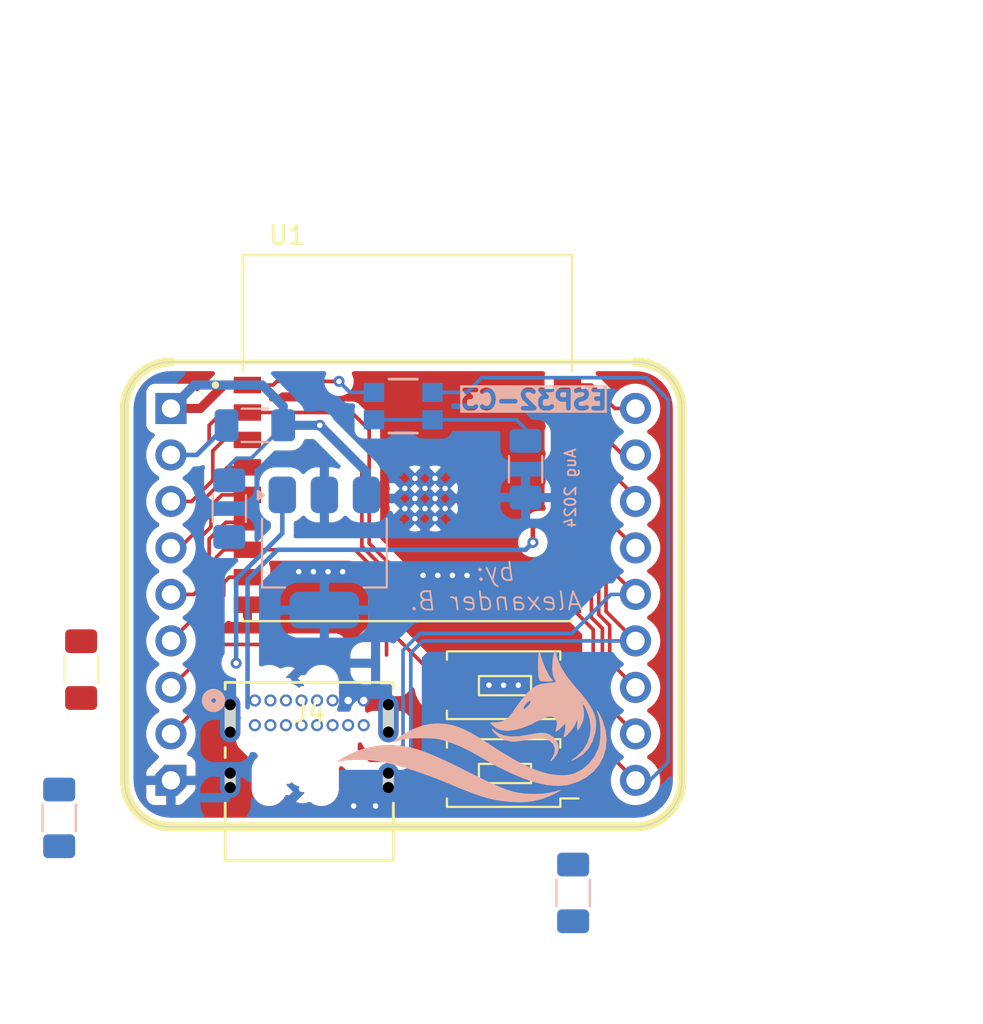
<source format=kicad_pcb>
(kicad_pcb (version 20240108) (generator "pcbnew") (generator_version "8.0")
  (layers (0 "F.Cu" signal) (31 "B.Cu" signal) (34 "B.Paste" user) (35 "F.Paste" user) (36 "B.SilkS" user "B.Silkscreen") (37 "F.SilkS" user "F.Silkscreen") (38 "B.Mask" user) (39 "F.Mask" user) (44 "Edge.Cuts" user))
  (net 0 "")
  (net 1 "GPIO3")
  (net 2 "GND")
  (net 3 "GPIO2")
  (net 4 "GPIO1")
  (net 5 "GPIO0")
  (net 6 "GPIO4")
  (net 7 "VBUS")
  (net 8 "GPIO7")
  (net 9 "USB_D+")
  (net 10 "UART-RX")
  (net 11 "USB_D-")
  (net 12 "GPIO5")
  (net 13 "GPIO8")
  (net 14 "UART-TX")
  (net 15 "GPIO10")
  (net 16 "EN")
  (net 17 "GPIO9")
  (net 18 "3V3")
  (net 19 "GPIO6")
  (net 20 "Net-(LED1-GND-Pad1)")
  (net 21 "Net-(J3-CC2)")
  (net 22 "Net-(J3-CC1)")
  (net 23 "Net-(J4-CC2)")
  (net 24 "Net-(J4-CC1)")
  (footprint "Alexander Footprint Library:ESP32-C3-WROOM-02-H4" (layer "F.Cu") (at 156.94 61.1)
    (property "Reference" "U1" (at -6.575 -11.085 0) (layer "F.SilkS"))
    (property "Value" "ESP32-C3-WROOM-02-N4")
    (fp_line (start -9 -10) (end -9 -3.67) (stroke (width 0.127)) (layer "F.SilkS"))
    (fp_line (start -9 10) (end -9 9.87) (stroke (width 0.127)) (layer "F.SilkS"))
    (fp_line (start -9 10) (end 9 10) (stroke (width 0.127)) (layer "F.SilkS"))
    (fp_line (start 9 -10) (end -9 -10) (stroke (width 0.127)) (layer "F.SilkS"))
    (fp_line (start 9 -3.67) (end 9 -10) (stroke (width 0.127)) (layer "F.SilkS"))
    (fp_line (start 9 10) (end 9 9.87) (stroke (width 0.127)) (layer "F.SilkS"))
    (fp_circle (center -10.5 -2.9) (end -10.4 -2.9) (stroke (width 0.2)) (fill none) (layer "F.SilkS"))
    (pad "1" smd rect (at -8.75 -2.9) (size 1.5 0.9) (layers "F.Cu" "F.Paste" "F.Mask") (net 18 "3V3"))
    (pad "2" smd rect (at -8.75 -1.4) (size 1.5 0.9) (layers "F.Cu" "F.Paste" "F.Mask") (net 16 "EN"))
    (pad "3" smd rect (at -8.75 0.1) (size 1.5 0.9) (layers "F.Cu" "F.Paste" "F.Mask") (net 6 "GPIO4"))
    (pad "4" smd rect (at -8.75 1.6) (size 1.5 0.9) (layers "F.Cu" "F.Paste" "F.Mask") (net 12 "GPIO5"))
    (pad "5" smd rect (at -8.75 3.1) (size 1.5 0.9) (layers "F.Cu" "F.Paste" "F.Mask") (net 19 "GPIO6"))
    (pad "6" smd rect (at -8.75 4.6) (size 1.5 0.9) (layers "F.Cu" "F.Paste" "F.Mask") (net 8 "GPIO7"))
    (pad "7" smd rect (at -8.75 6.1) (size 1.5 0.9) (layers "F.Cu" "F.Paste" "F.Mask") (net 13 "GPIO8"))
    (pad "8" smd rect (at -8.75 7.6) (size 1.5 0.9) (layers "F.Cu" "F.Paste" "F.Mask") (net 17 "GPIO9"))
    (pad "9" smd rect (at -8.75 9.1) (size 1.5 0.9) (layers "F.Cu" "F.Paste" "F.Mask") (net 2 "GND"))
    (pad "10" smd rect (at 8.75 9.1) (size 1.5 0.9) (layers "F.Cu" "F.Paste" "F.Mask") (net 15 "GPIO10"))
    (pad "11" smd rect (at 8.75 7.6) (size 1.5 0.9) (layers "F.Cu" "F.Paste" "F.Mask") (net 10 "UART-RX"))
    (pad "12" smd rect (at 8.75 6.1) (size 1.5 0.9) (layers "F.Cu" "F.Paste" "F.Mask") (net 14 "UART-TX"))
    (pad "13" smd rect (at 8.75 4.6) (size 1.5 0.9) (layers "F.Cu" "F.Paste" "F.Mask") (net 11 "USB_D-"))
    (pad "14" smd rect (at 8.75 3.1) (size 1.5 0.9) (layers "F.Cu" "F.Paste" "F.Mask") (net 9 "USB_D+"))
    (pad "15" smd rect (at 8.75 1.6) (size 1.5 0.9) (layers "F.Cu" "F.Paste" "F.Mask") (net 1 "GPIO3"))
    (pad "16" smd rect (at 8.75 0.1) (size 1.5 0.9) (layers "F.Cu" "F.Paste" "F.Mask") (net 3 "GPIO2"))
    (pad "17" smd rect (at 8.75 -1.4) (size 1.5 0.9) (layers "F.Cu" "F.Paste" "F.Mask") (net 4 "GPIO1"))
    (pad "18" smd rect (at 8.75 -2.9) (size 1.5 0.9) (layers "F.Cu" "F.Paste" "F.Mask") (net 5 "GPIO0"))
    (pad "19" smd rect (at -0.14 2.2) (size 0.7 0.7) (layers "F.Cu" "F.Paste" "F.Mask") (net 2 "GND"))
    (pad "20" smd rect (at 0.96 2.2) (size 0.7 0.7) (layers "F.Cu" "F.Paste" "F.Mask") (net 2 "GND"))
    (pad "21" smd rect (at 2.06 2.2) (size 0.7 0.7) (layers "F.Cu" "F.Paste" "F.Mask") (net 2 "GND"))
    (pad "22" smd rect (at -0.14 3.3) (size 0.7 0.7) (layers "F.Cu" "F.Paste" "F.Mask") (net 2 "GND"))
    (pad "23" smd rect (at 0.96 3.3) (size 0.7 0.7) (layers "F.Cu" "F.Paste" "F.Mask") (net 2 "GND"))
    (pad "24" smd rect (at 2.06 3.3) (size 0.7 0.7) (layers "F.Cu" "F.Paste" "F.Mask") (net 2 "GND"))
    (pad "25" smd rect (at -0.14 4.4) (size 0.7 0.7) (layers "F.Cu" "F.Paste" "F.Mask") (net 2 "GND"))
    (pad "26" smd rect (at 0.96 4.4) (size 0.7 0.7) (layers "F.Cu" "F.Paste" "F.Mask") (net 2 "GND"))
    (pad "27" smd rect (at 2.06 4.4) (size 0.7 0.7) (layers "F.Cu" "F.Paste" "F.Mask") (net 2 "GND"))
    (pad "28" thru_hole circle (at 0.41 2.2) (size 0.4 0.4) (drill 0.3) (layers "*.Cu") (net 2 "GND"))
    (pad "29" thru_hole circle (at 1.51 2.2) (size 0.4 0.4) (drill 0.3) (layers "*.Cu") (net 2 "GND"))
    (pad "30" thru_hole circle (at -0.14 2.75) (size 0.4 0.4) (drill 0.3) (layers "*.Cu") (net 2 "GND"))
    (pad "31" thru_hole circle (at 0.96 2.75) (size 0.4 0.4) (drill 0.3) (layers "*.Cu") (net 2 "GND"))
    (pad "32" thru_hole circle (at 2.06 2.75) (size 0.4 0.4) (drill 0.3) (layers "*.Cu") (net 2 "GND"))
    (pad "33" thru_hole circle (at 0.41 3.3) (size 0.4 0.4) (drill 0.3) (layers "*.Cu") (net 2 "GND"))
    (pad "34" thru_hole circle (at 1.51 3.3) (size 0.4 0.4) (drill 0.3) (layers "*.Cu") (net 2 "GND"))
    (pad "35" thru_hole circle (at -0.14 3.85) (size 0.4 0.4) (drill 0.3) (layers "*.Cu") (net 2 "GND"))
    (pad "36" thru_hole circle (at 0.96 3.85) (size 0.4 0.4) (drill 0.3) (layers "*.Cu") (net 2 "GND"))
    (pad "37" thru_hole circle (at 2.06 3.85) (size 0.4 0.4) (drill 0.3) (layers "*.Cu") (net 2 "GND"))
    (pad "38" thru_hole circle (at 0.41 4.4) (size 0.4 0.4) (drill 0.3) (layers "*.Cu") (net 2 "GND"))
    (pad "39" thru_hole circle (at 1.51 4.4) (size 0.4 0.4) (drill 0.3) (layers "*.Cu") (net 2 "GND"))
    (zone (net 0) (net_name "") (layer "F.Cu") (connect_pads (clearance 0)) (min_thickness 0.01)
      (keepout (tracks not_allowed) (vias not_allowed) (pads not_allowed) (copperpour not_allowed) (footprints allowed))
      (fill (thermal_gap 0.508) (thermal_bridge_width 0.508))
      (polygon (pts (xy 147.94 51.1) (xy 165.94 51.1) (xy 165.94 57.1) (xy 147.94 57.1)))
    )
    (zone (net 0) (net_name "") (layer "B.Cu") (connect_pads (clearance 0)) (min_thickness 0.01)
      (keepout (tracks not_allowed) (vias not_allowed) (pads not_allowed) (copperpour not_allowed) (footprints allowed))
      (fill (thermal_gap 0.508) (thermal_bridge_width 0.508))
      (polygon (pts (xy 147.94 51.1) (xy 165.94 51.1) (xy 165.94 57.1) (xy 147.94 57.1)))
    )
  )
  (footprint "Alexander Footprint Library:SW_PUSH_6x3.5mm" (layer "F.Cu") (at 165.45 79.4 180)
    (property "Reference" "SW1" (hide yes))
    (property "Value" "SW_Push_SMD_6x3.5")
    (fp_line (start 6.35 1.39) (end 6.35 1.85) (stroke (width 0.12)) (layer "F.SilkS"))
    (fp_line (start 6.35 -1.85) (end 6.35 -1.39) (stroke (width 0.12)) (layer "F.SilkS"))
    (fp_line (start 6.35 -1.85) (end 0.15 -1.85) (stroke (width 0.12)) (layer "F.SilkS"))
    (fp_line (start 0.15 1.85) (end 6.35 1.85) (stroke (width 0.12)) (layer "F.SilkS"))
    (fp_line (start 0.15 1.39) (end 0.15 1.85) (stroke (width 0.12)) (layer "F.SilkS"))
    (fp_line (start 0.15 -1.39) (end -0.85 -1.39) (stroke (width 0.12)) (layer "F.SilkS"))
    (fp_line (start 0.15 -1.85) (end 0.15 -1.39) (stroke (width 0.12)) (layer "F.SilkS"))
    (fp_rect (start 1.75 -0.55) (end 4.6 0.5) (stroke (width 0.12)) (fill none) (layer "F.SilkS"))
    (pad "1" smd rect (at 0 0 270) (size 2.25 2.25) (layers "F.Cu" "F.Paste" "F.Mask") (net 2 "GND"))
    (pad "2" smd oval (at 6.5 0 270) (size 2.25 2.25) (layers "F.Cu" "F.Paste" "F.Mask") (net 17 "GPIO9"))
  )
  (footprint "Resistor_SMD:R_1206_3216Metric_Pad1.30x1.75mm_HandSolder" (layer "F.Cu") (at 139.1 73.75 -90)
    (property "Reference" "R7" (hide yes))
    (property "Value" "2K2")
    (fp_line (start -0.727064 0.91) (end 0.727064 0.91) (stroke (width 0.12)) (layer "F.SilkS"))
    (fp_line (start -0.727064 -0.91) (end 0.727064 -0.91) (stroke (width 0.12)) (layer "F.SilkS"))
    (pad "1" smd roundrect (at -1.55 0 270) (size 1.3 1.75) (layers "F.Cu" "F.Paste" "F.Mask") (roundrect_rratio 0.192308) (net 18 "3V3"))
    (pad "2" smd roundrect (at 1.55 0 270) (size 1.3 1.75) (layers "F.Cu" "F.Paste" "F.Mask") (roundrect_rratio 0.192308) (net 13 "GPIO8"))
  )
  (footprint "Alexander Footprint Library:USB-C GCT CONN16_USB4085-GF-A" (layer "F.Cu") (at 148.600015 75.435)
    (property "Reference" "J4" (at 2.975 0.675 0) (layer "F.SilkS"))
    (property "Value" "USB-C_Receptacle_Data_16P_GCT-USB4085")
    (fp_circle (center -2.2574 0) (end -1.8764 0) (stroke (width 0.508)) (fill none) (layer "B.SilkS"))
    (fp_line (start -1.6224 -0.987) (end -1.6224 -0.618206) (stroke (width 0.1524)) (layer "F.SilkS"))
    (fp_line (start -1.6224 2.578207) (end -1.6224 3.122399) (stroke (width 0.1524)) (layer "F.SilkS"))
    (fp_line (start -1.6224 5.607602) (end -1.6224 8.741199) (stroke (width 0.1524)) (layer "F.SilkS"))
    (fp_line (start -1.6224 8.741199) (end 7.5724 8.741199) (stroke (width 0.1524)) (layer "F.SilkS"))
    (fp_line (start 7.5724 -0.987) (end -1.6224 -0.987) (stroke (width 0.1524)) (layer "F.SilkS"))
    (fp_line (start 7.5724 -0.618202) (end 7.5724 -0.987) (stroke (width 0.1524)) (layer "F.SilkS"))
    (fp_line (start 7.5724 3.122399) (end 7.5724 2.578201) (stroke (width 0.1524)) (layer "F.SilkS"))
    (fp_line (start 7.5724 8.741199) (end 7.5724 5.607602) (stroke (width 0.1524)) (layer "F.SilkS"))
    (fp_arc (start -2.41934 0.344872) (mid -2.625765 -0.097305) (end -2.2279 -0.379856) (stroke (width 0.508)) (layer "F.SilkS"))
    (fp_line (start -1.35 1.729301) (end -1.35 0.230701) (stroke (width 0.6096)) (layer "Edge.Cuts"))
    (fp_line (start -1.349985 4.7587) (end -1.349985 3.9713) (stroke (width 0.6096)) (layer "Edge.Cuts"))
    (fp_line (start 7.299985 1.7293) (end 7.299985 0.2307) (stroke (width 0.6096)) (layer "Edge.Cuts"))
    (fp_line (start 7.299985 4.7587) (end 7.299985 3.9713) (stroke (width 0.6096)) (layer "Edge.Cuts"))
    (pad "" np_thru_hole circle (at -1.35 0.230701) (size 0.6096 0.6096) (drill 0.6096) (layers))
    (pad "" np_thru_hole circle (at -1.35 1.729301) (size 0.6096 0.6096) (drill 0.6096) (layers))
    (pad "" np_thru_hole circle (at -1.349985 3.9713) (size 0.6096 0.6096) (drill 0.6096) (layers))
    (pad "" np_thru_hole circle (at -1.349985 4.7587) (size 0.6096 0.6096) (drill 0.6096) (layers))
    (pad "" np_thru_hole circle (at 7.299985 0.2307) (size 0.6096 0.6096) (drill 0.6096) (layers))
    (pad "" np_thru_hole circle (at 7.299985 1.7293) (size 0.6096 0.6096) (drill 0.6096) (layers))
    (pad "" np_thru_hole circle (at 7.299985 3.9713) (size 0.6096 0.6096) (drill 0.6096) (layers))
    (pad "" np_thru_hole circle (at 7.299985 4.7587) (size 0.6096 0.6096) (drill 0.6096) (layers))
    (pad "A1" thru_hole circle (at 0 0) (size 0.6604 0.6604) (drill 0.4064) (layers "*.Cu" "*.Mask") (net 2 "GND"))
    (pad "A4" thru_hole circle (at 0.850001 0) (size 0.6604 0.6604) (drill 0.4064) (layers "*.Cu" "*.Mask") (net 7 "VBUS"))
    (pad "A5" thru_hole circle (at 1.699999 0) (size 0.6604 0.6604) (drill 0.4064) (layers "*.Cu" "*.Mask") (net 24 "Net-(J4-CC1)"))
    (pad "A6" thru_hole circle (at 2.55 0) (size 0.6604 0.6604) (drill 0.4064) (layers "*.Cu" "*.Mask") (net 9 "USB_D+"))
    (pad "A7" thru_hole circle (at 3.400001 0) (size 0.6604 0.6604) (drill 0.4064) (layers "*.Cu" "*.Mask") (net 11 "USB_D-"))
    (pad "A8" thru_hole circle (at 4.250002 0) (size 0.6604 0.6604) (drill 0.4064) (layers "*.Cu" "*.Mask"))
    (pad "A9" thru_hole circle (at 5.1 0) (size 0.6604 0.6604) (drill 0.4064) (layers "*.Cu" "*.Mask") (net 7 "VBUS"))
    (pad "A12" thru_hole circle (at 5.950001 0) (size 0.6604 0.6604) (drill 0.4064) (layers "*.Cu" "*.Mask") (net 2 "GND"))
    (pad "B1" thru_hole circle (at 5.950001 1.35) (size 0.6604 0.6604) (drill 0.4064) (layers "*.Cu" "*.Mask") (net 2 "GND"))
    (pad "B4" thru_hole circle (at 5.1 1.35) (size 0.6604 0.6604) (drill 0.4064) (layers "*.Cu" "*.Mask") (net 7 "VBUS"))
    (pad "B5" thru_hole circle (at 4.250002 1.35) (size 0.6604 0.6604) (drill 0.4064) (layers "*.Cu" "*.Mask") (net 23 "Net-(J4-CC2)"))
    (pad "B6" thru_hole circle (at 3.400001 1.35) (size 0.6604 0.6604) (drill 0.4064) (layers "*.Cu" "*.Mask") (net 9 "USB_D+"))
    (pad "B7" thru_hole circle (at 2.55 1.35) (size 0.6604 0.6604) (drill 0.4064) (layers "*.Cu" "*.Mask") (net 11 "USB_D-"))
    (pad "B8" thru_hole circle (at 1.699999 1.35) (size 0.6604 0.6604) (drill 0.4064) (layers "*.Cu" "*.Mask"))
    (pad "B9" thru_hole circle (at 0.850001 1.35) (size 0.6604 0.6604) (drill 0.4064) (layers "*.Cu" "*.Mask") (net 7 "VBUS"))
    (pad "B12" thru_hole circle (at 0 1.35) (size 0.6604 0.6604) (drill 0.4064) (layers "*.Cu" "*.Mask") (net 2 "GND"))
    (pad "S1" thru_hole oval (at -1.349985 4.365 90) (size 1.905 1.1176) (drill 0.0254) (layers "*.Cu" "*.Mask") (net 2 "GND"))
    (pad "S2" thru_hole oval (at 7.299985 4.365 90) (size 1.905 1.1176) (drill 0.0254) (layers "*.Cu" "*.Mask") (net 2 "GND"))
    (pad "S3" thru_hole oval (at -1.35 0.980001 90) (size 2.6162 1.1176) (drill 0.0254) (layers "*.Cu" "*.Mask") (net 2 "GND"))
    (pad "S4" thru_hole oval (at 7.299985 0.98 90) (size 2.6162 1.1176) (drill 0.0254) (layers "*.Cu" "*.Mask") (net 2 "GND"))
  )
  (footprint "Alexander Footprint Library:Conn_ESP32-C3-WROOM-02" (layer "F.Cu") (at 159.25 64.56)
    (property "Reference" "J2" (hide yes))
    (property "Value" "~")
    (fp_line (start -17.78 -5.08) (end -17.78 15.24) (stroke (width 0.5)) (layer "F.SilkS"))
    (fp_line (start -15.24 -7.62) (end 10.16 -7.62) (stroke (width 0.25)) (layer "F.SilkS"))
    (fp_line (start -15.24 17.78) (end 10.16 17.78) (stroke (width 0.5)) (layer "F.SilkS"))
    (fp_line (start 12.7 -5.08) (end 12.7 15.24) (stroke (width 0.5)) (layer "F.SilkS"))
    (fp_arc (start -17.78 -5.08) (mid -17.036051 -6.876051) (end -15.24 -7.62) (stroke (width 0.5)) (layer "F.SilkS"))
    (fp_arc (start -15.24 17.78) (mid -17.036051 17.036051) (end -17.78 15.24) (stroke (width 0.5)) (layer "F.SilkS"))
    (fp_arc (start 10.16 -7.62) (mid 11.956051 -6.876051) (end 12.7 -5.08) (stroke (width 0.5)) (layer "F.SilkS"))
    (fp_arc (start 12.7 15.24) (mid 11.956051 17.036051) (end 10.16 17.78) (stroke (width 0.5)) (layer "F.SilkS"))
    (fp_line (start -17.78 15.24) (end -17.78 -5.08) (stroke (width 0.05)) (layer "Edge.Cuts"))
    (fp_line (start -15.24 -7.62) (end 10.16 -7.62) (stroke (width 0.05)) (layer "Edge.Cuts"))
    (fp_line (start 10.16 17.78) (end -15.24 17.78) (stroke (width 0.05)) (layer "Edge.Cuts"))
    (fp_line (start 12.7 -5.08) (end 12.7 15.24) (stroke (width 0.05)) (layer "Edge.Cuts"))
    (fp_arc (start -17.78 -5.08) (mid -17.036051 -6.876051) (end -15.24 -7.62) (stroke (width 0.05)) (layer "Edge.Cuts"))
    (fp_arc (start -15.24 17.78) (mid -17.036051 17.036051) (end -17.78 15.24) (stroke (width 0.05)) (layer "Edge.Cuts"))
    (fp_arc (start 10.16 -7.62) (mid 11.956051 -6.876051) (end 12.7 -5.08) (stroke (width 0.05)) (layer "Edge.Cuts"))
    (fp_arc (start 12.7 15.24) (mid 11.956051 17.036051) (end 10.16 17.78) (stroke (width 0.05)) (layer "Edge.Cuts"))
    (pad "1" thru_hole rect (at -15.24 -5.08) (size 1.7 1.7) (drill 1) (layers "*.Cu" "*.Mask") (net 18 "3V3"))
    (pad "2" thru_hole circle (at -15.24 -2.54) (size 1.7 1.7) (drill 1) (layers "*.Cu" "*.Mask") (net 16 "EN"))
    (pad "3" thru_hole circle (at -15.24 0) (size 1.7 1.7) (drill 1) (layers "*.Cu" "*.Mask") (net 6 "GPIO4"))
    (pad "4" thru_hole circle (at -15.24 2.54) (size 1.7 1.7) (drill 1) (layers "*.Cu" "*.Mask") (net 12 "GPIO5"))
    (pad "5" thru_hole circle (at -15.24 5.08) (size 1.7 1.7) (drill 1) (layers "*.Cu" "*.Mask") (net 19 "GPIO6"))
    (pad "6" thru_hole circle (at -15.24 7.62) (size 1.7 1.7) (drill 1) (layers "*.Cu" "*.Mask") (net 8 "GPIO7"))
    (pad "7" thru_hole circle (at -15.24 10.16) (size 1.7 1.7) (drill 1) (layers "*.Cu" "*.Mask") (net 13 "GPIO8"))
    (pad "8" thru_hole circle (at -15.24 12.7) (size 1.7 1.7) (drill 1) (layers "*.Cu" "*.Mask") (net 17 "GPIO9"))
    (pad "9" thru_hole roundrect (at -15.24 15.24) (size 1.7 1.7) (drill 1) (layers "*.Cu" "*.Mask") (roundrect_rratio 0) (chamfer_ratio 0.3) (chamfer top_left bottom_right) (net 2 "GND"))
    (pad "10" thru_hole circle (at 10.16 15.24) (size 1.7 1.7) (drill 1) (layers "*.Cu" "*.Mask") (net 15 "GPIO10"))
    (pad "11" thru_hole circle (at 10.16 12.7) (size 1.7 1.7) (drill 1) (layers "*.Cu" "*.Mask") (net 10 "UART-RX"))
    (pad "12" thru_hole circle (at 10.16 10.16) (size 1.7 1.7) (drill 1) (layers "*.Cu" "*.Mask") (net 14 "UART-TX"))
    (pad "13" thru_hole circle (at 10.16 7.62) (size 1.7 1.7) (drill 1) (layers "*.Cu" "*.Mask") (net 11 "USB_D-"))
    (pad "14" thru_hole circle (at 10.16 5.08) (size 1.7 1.7) (drill 1) (layers "*.Cu" "*.Mask") (net 9 "USB_D+"))
    (pad "15" thru_hole circle (at 10.16 2.54) (size 1.7 1.7) (drill 1) (layers "*.Cu" "*.Mask") (net 1 "GPIO3"))
    (pad "16" thru_hole circle (at 10.16 0) (size 1.7 1.7) (drill 1) (layers "*.Cu" "*.Mask") (net 3 "GPIO2"))
    (pad "17" thru_hole circle (at 10.16 -2.54) (size 1.7 1.7) (drill 1) (layers "*.Cu" "*.Mask") (net 4 "GPIO1"))
    (pad "18" thru_hole circle (at 10.16 -5.08) (size 1.7 1.7) (drill 1) (layers "*.Cu" "*.Mask") (net 5 "GPIO0"))
  )
  (footprint "Alexander Footprint Library:SW_PUSH_6x3.5mm" (layer "F.Cu") (at 165.45 74.6 180)
    (property "Reference" "SW2" (hide yes))
    (property "Value" "SW_Push_SMD_6x3.5")
    (fp_line (start 6.35 1.39) (end 6.35 1.85) (stroke (width 0.12)) (layer "F.SilkS"))
    (fp_line (start 6.35 -1.85) (end 6.35 -1.39) (stroke (width 0.12)) (layer "F.SilkS"))
    (fp_line (start 6.35 -1.85) (end 0.15 -1.85) (stroke (width 0.12)) (layer "F.SilkS"))
    (fp_line (start 0.15 1.85) (end 6.35 1.85) (stroke (width 0.12)) (layer "F.SilkS"))
    (fp_line (start 0.15 1.39) (end 0.15 1.85) (stroke (width 0.12)) (layer "F.SilkS"))
    (fp_line (start 0.15 -1.39) (end -0.85 -1.39) (stroke (width 0.12)) (layer "F.SilkS"))
    (fp_line (start 0.15 -1.85) (end 0.15 -1.39) (stroke (width 0.12)) (layer "F.SilkS"))
    (fp_rect (start 1.75 -0.55) (end 4.6 0.5) (stroke (width 0.12)) (fill none) (layer "F.SilkS"))
    (pad "1" smd rect (at 0 0 270) (size 2.25 2.25) (layers "F.Cu" "F.Paste" "F.Mask") (net 2 "GND"))
    (pad "2" smd oval (at 6.5 0 270) (size 2.25 2.25) (layers "F.Cu" "F.Paste" "F.Mask") (net 16 "EN"))
  )
  (footprint "Resistor_SMD:R_1206_3216Metric_Pad1.30x1.75mm_HandSolder" (layer "B.Cu") (at 147.2 64.95 -90)
    (property "Reference" "R8" (hide yes))
    (property "Value" "2K2")
    (fp_line (start 0.727064 0.91) (end -0.727064 0.91) (stroke (width 0.12)) (layer "B.SilkS"))
    (fp_line (start 0.727064 -0.91) (end -0.727064 -0.91) (stroke (width 0.12)) (layer "B.SilkS"))
    (pad "1" smd roundrect (at -1.55 0 270) (size 1.3 1.75) (layers "B.Cu" "B.Paste" "B.Mask") (roundrect_rratio 0.192308) (net 18 "3V3"))
    (pad "2" smd roundrect (at 1.55 0 270) (size 1.3 1.75) (layers "B.Cu" "B.Paste" "B.Mask") (roundrect_rratio 0.192308) (net 17 "GPIO9"))
  )
  (footprint "LOGO" (layer "B.Cu") (at 160.4 76.8 180)
    (property "Reference" "G***" (hide yes))
    (property "Value" "LOGO" (hide yes))
    (fp_poly (pts (xy -5.335668 -1.973085) (xy -5.363457 -2.000875) (xy -5.391247 -1.973085) (xy -5.363457 -1.945295)) (fill solid) (layer "B.SilkS"))
    (fp_poly (pts (xy -3.72712 3.989192) (xy -3.720697 3.973961) (xy -3.701102 3.866879) (xy -3.687804 3.678866) (xy -3.680882 3.439975) (xy -3.680421 3.180261) (xy -3.686502 2.929778) (xy -3.699208 2.718581) (xy -3.716893 2.584464) (xy -3.741095 2.495828) (xy -3.784399 2.444513) (xy -3.873902 2.418422) (xy -4.036701 2.405456) (xy -4.127166 2.40129) (xy -4.314775 2.400001) (xy -4.449213 2.412314) (xy -4.501944 2.435572) (xy -4.501969 2.436169) (xy -4.463752 2.510156) (xy -4.414064 2.560438) (xy -4.317104 2.679269) (xy -4.202066 2.879038) (xy -4.080896 3.133656) (xy -3.965538 3.417032) (xy -3.867936 3.703076) (xy -3.83055 3.835011) (xy -3.788365 3.978468) (xy -3.75726 4.025597)) (fill solid) (layer "B.SilkS"))
    (fp_poly (pts (xy -1.16813 -0.243105) (xy -1.254216 -0.368794) (xy -1.28983 -0.413219) (xy -1.537879 -0.635483) (xy -1.849965 -0.79747) (xy -2.187325 -0.881187) (xy -2.314341 -0.888735) (xy -2.497037 -0.877155) (xy -2.746282 -0.845689) (xy -3.020446 -0.800025) (xy -3.14804 -0.774864) (xy -3.516275 -0.710602) (xy -3.805925 -0.692046) (xy -4.04028 -0.720434) (xy -4.242632 -0.797) (xy -4.312229 -0.836658) (xy -4.497239 -1.008267) (xy -4.588805 -1.225532) (xy -4.584459 -1.470239) (xy -4.481739 -1.724177) (xy -4.44078 -1.786433) (xy -4.359302 -1.917364) (xy -4.351943 -1.969709) (xy -4.412174 -1.941384) (xy -4.533468 -1.830304) (xy -4.544045 -1.819408) (xy -4.734665 -1.563229) (xy -4.815304 -1.302684) (xy -4.806573 -1.114052) (xy -4.700145 -0.833593) (xy -4.503297 -0.610752) (xy -4.312939 -0.494963) (xy -4.14564 -0.432054) (xy -3.973801 -0.400998) (xy -3.772034 -0.401933) (xy -3.514951 -0.434994) (xy -3.177163 -0.500319) (xy -3.173511 -0.501089) (xy -2.63863 -0.587136) (xy -2.183217 -0.60137) (xy -1.801259 -0.543037) (xy -1.486742 -0.411382) (xy -1.292451 -0.264967) (xy -1.187436 -0.180532) (xy -1.145933 -0.176798)) (fill solid) (layer "B.SilkS"))
    (fp_poly (pts (xy 5.006815 -1.088445) (xy 5.716318 -1.225058) (xy 6.200827 -1.383806) (xy 6.403664 -1.468934) (xy 6.626548 -1.573239) (xy 6.848558 -1.685444) (xy 7.048775 -1.794268) (xy 7.20628 -1.888432) (xy 7.300154 -1.956656) (xy 7.315527 -1.984838) (xy 7.254956 -1.98449) (xy 7.122033 -1.961789) (xy 7.024333 -1.940189) (xy 6.806471 -1.906915) (xy 6.509925 -1.886858) (xy 6.16638 -1.879979) (xy 5.807519 -1.886237) (xy 5.465025 -1.905592) (xy 5.170583 -1.938004) (xy 5.141138 -1.942582) (xy 4.426362 -2.086382) (xy 3.63366 -2.298797) (xy 2.770609 -2.57741) (xy 1.844784 -2.919804) (xy 1.010836 -3.260583) (xy 0.441355 -3.497514) (xy -0.046623 -3.688235) (xy -0.469864 -3.838501) (xy -0.845133 -3.954062) (xy -1.189195 -4.040673) (xy -1.371928 -4.078191) (xy -1.768371 -4.138227) (xy -2.195636 -4.177783) (xy -2.616347 -4.195041) (xy -2.993123 -4.188182) (xy -3.212913 -4.167752) (xy -3.467108 -4.123955) (xy -3.736305 -4.064944) (xy -3.876552 -4.027934) (xy -4.038283 -3.972815) (xy -4.23561 -3.893936) (xy -4.4451 -3.802307) (xy -4.643316 -3.708932) (xy -4.806823 -3.624819) (xy -4.912187 -3.560974) (xy -4.93761 -3.529586) (xy -4.878362 -3.533932) (xy -4.740991 -3.564298) (xy -4.553715 -3.61434) (xy -4.52896 -3.621444) (xy -4.263761 -3.683348) (xy -3.968882 -3.720103) (xy -3.608736 -3.735703) (xy -3.501532 -3.73678) (xy -3.19922 -3.733182) (xy -2.919835 -3.716451) (xy -2.650591 -3.682285) (xy -2.378702 -3.626385) (xy -2.091382 -3.544451) (xy -1.775843 -3.432183) (xy -1.419301 -3.28528) (xy -1.008967 -3.099444) (xy -0.532057 -2.870373) (xy 0.024217 -2.593769) (xy 0.277899 -2.465774) (xy 0.908788 -2.151193) (xy 1.457458 -1.888515) (xy 1.937016 -1.672463) (xy 2.360572 -1.497764) (xy 2.741233 -1.359144) (xy 3.092107 -1.251328) (xy 3.426303 -1.169041) (xy 3.575896 -1.138716) (xy 4.289098 -1.059268)) (fill solid) (layer "B.SilkS"))
    (fp_poly (pts (xy -6.905998 0.758162) (xy -6.962759 0.600951) (xy -7.033118 0.344256) (xy -7.076378 0.016472) (xy -7.092183 -0.34585) (xy -7.080174 -0.706159) (xy -7.039992 -1.027906) (xy -6.980883 -1.250547) (xy -6.763375 -1.690507) (xy -6.474123 -2.069435) (xy -6.127243 -2.373404) (xy -5.73685 -2.588488) (xy -5.563615 -2.648878) (xy -5.327801 -2.699081) (xy -5.056923 -2.71721) (xy -4.755393 -2.708697) (xy -4.35446 -2.660239) (xy -3.927847 -2.556931) (xy -3.466953 -2.394884) (xy -2.963179 -2.17021) (xy -2.407923 -1.879024) (xy -1.792584 -1.517437) (xy -1.108562 -1.081562) (xy -1.0071 -1.01457) (xy -0.492206 -0.683257) (xy -0.044687 -0.419341) (xy 0.351284 -0.216499) (xy 0.71153 -0.068411) (xy 1.051879 0.031245) (xy 1.388155 0.088791) (xy 1.736184 0.110546) (xy 1.811196 0.11116) (xy 2.209545 0.08793) (xy 2.587906 0.011875) (xy 2.985773 -0.126555) (xy 3.220465 -0.229596) (xy 3.426096 -0.333288) (xy 3.645126 -0.457079) (xy 3.857915 -0.588021) (xy 4.044822 -0.71317) (xy 4.186205 -0.819577) (xy 4.262422 -0.894296) (xy 4.267621 -0.919833) (xy 4.208774 -0.913924) (xy 4.073957 -0.878799) (xy 3.892101 -0.822016) (xy 3.888205 -0.820718) (xy 3.725225 -0.77192) (xy 3.56218 -0.738179) (xy 3.373334 -0.71692) (xy 3.132947 -0.705567) (xy 2.815283 -0.701544) (xy 2.695624 -0.701384) (xy 2.35618 -0.703448) (xy 2.098843 -0.711561) (xy 1.894597 -0.729039) (xy 1.714421 -0.7592) (xy 1.529299 -0.805361) (xy 1.367243 -0.853246) (xy 0.950955 -0.993823) (xy 0.547075 -1.159732) (xy 0.126735 -1.364384) (xy -0.338935 -1.621188) (xy -0.542279 -1.74028) (xy -1.387822 -2.215648) (xy -2.179537 -2.606384) (xy -2.915301 -2.911815) (xy -3.59299 -3.131273) (xy -4.210479 -3.264085) (xy -4.765643 -3.30958) (xy -5.256358 -3.267087) (xy -5.328395 -3.252158) (xy -5.86764 -3.080586) (xy -6.335668 -2.830855) (xy -6.727607 -2.512655) (xy -7.038587 -2.135675) (xy -7.263735 -1.709605) (xy -7.39818 -1.244134) (xy -7.437052 -0.748952) (xy -7.375479 -0.233748) (xy -7.20859 0.291789) (xy -7.162597 0.396304) (xy -7.060917 0.603512) (xy -6.977088 0.750807) (xy -6.918438 0.830684) (xy -6.892299 0.835638)) (fill solid) (layer "B.SilkS"))
    (fp_poly (pts (xy -4.556503 3.973961) (xy -4.520533 3.840385) (xy -4.487756 3.634631) (xy -4.464038 3.395647) (xy -4.460134 3.333896) (xy -4.454225 3.038515) (xy -4.480237 2.807976) (xy -4.54713 2.598354) (xy -4.654092 2.383309) (xy -4.612375 2.364187) (xy -4.484682 2.344093) (xy -4.2961 2.32668) (xy -4.240174 2.323042) (xy -3.873323 2.277556) (xy -3.602294 2.191422) (xy -3.584521 2.182588) (xy -3.348899 2.020904) (xy -3.082371 1.766082) (xy -2.794532 1.428501) (xy -2.49498 1.018542) (xy -2.458084 0.964056) (xy -2.251081 0.669692) (xy -2.075655 0.459558) (xy -1.912351 0.319129) (xy -1.741716 0.23388) (xy -1.544295 0.189288) (xy -1.402354 0.175843) (xy -1.049214 0.153357) (xy -1.17767 0.015818) (xy -1.384103 -0.158726) (xy -1.620776 -0.258269) (xy -1.91889 -0.294599) (xy -2.000875 -0.295241) (xy -2.386755 -0.252234) (xy -2.829533 -0.133031) (xy -3.31108 0.056544) (xy -3.709428 0.253548) (xy -4.010174 0.401117) (xy -4.241961 0.478647) (xy -4.420301 0.48836) (xy -4.560706 0.432478) (xy -4.618459 0.38373) (xy -4.698395 0.231726) (xy -4.711815 0.024236) (xy -4.657293 -0.20412) (xy -4.643968 -0.236214) (xy -4.627839 -0.319252) (xy -4.677618 -0.328735) (xy -4.78048 -0.269581) (xy -4.9236 -0.146704) (xy -4.953147 -0.117698) (xy -5.168928 0.098082) (xy -5.168928 -0.11408) (xy -5.153411 -0.299881) (xy -5.115666 -0.465845) (xy -5.111793 -0.476519) (xy -5.078233 -0.591861) (xy -5.07906 -0.651197) (xy -5.13753 -0.639037) (xy -5.240535 -0.557561) (xy -5.368361 -0.428161) (xy -5.501289 -0.27223) (xy -5.619604 -0.11116) (xy -5.6963 0.018497) (xy -5.838743 0.305689) (xy -5.82342 0.013861) (xy -5.819631 -0.148953) (xy -5.826307 -0.2547) (xy -5.835886 -0.277554) (xy -5.89623 -0.229792) (xy -5.977644 -0.108472) (xy -6.063382 0.055435) (xy -6.136699 0.230957) (xy -6.171345 0.342865) (xy -6.207717 0.632127) (xy -6.178753 0.870168) (xy -6.149992 1.029127) (xy -6.140164 1.13666) (xy -6.144537 1.160875) (xy -6.177076 1.12602) (xy -6.241939 1.0129) (xy -6.326013 0.844699) (xy -6.339244 0.816636) (xy -6.49792 0.360813) (xy -6.554463 -0.096231) (xy -6.512178 -0.540542) (xy -6.374371 -0.958169) (xy -6.144345 -1.335159) (xy -5.825407 -1.657561) (xy -5.737359 -1.724292) (xy -5.56755 -1.851199) (xy -5.4929 -1.920809) (xy -5.513486 -1.933402) (xy -5.629383 -1.889262) (xy -5.764656 -1.826023) (xy -6.144627 -1.582948) (xy -6.447032 -1.261132) (xy -6.670071 -0.86317) (xy -6.811949 -0.391655) (xy -6.830695 -0.28709) (xy -6.861483 -0.001007) (xy -6.853395 0.266591) (xy -6.800141 0.528729) (xy -6.695433 0.798433) (xy -6.53298 1.088728) (xy -6.419832 1.250547) (xy -6.113786 1.250547) (xy -6.085996 1.222757) (xy -6.058206 1.250547) (xy -6.085996 1.278337) (xy -6.113786 1.250547) (xy -6.419832 1.250547) (xy -6.384164 1.301558) (xy -3.276553 1.301558) (xy -3.249487 1.2128) (xy -3.144391 1.080121) (xy -3.116748 1.051742) (xy -2.989426 0.933278) (xy -2.919109 0.895195) (xy -2.891998 0.932181) (xy -2.890153 0.964532) (xy -2.927111 1.055442) (xy -3.015279 1.172388) (xy -3.120597 1.277341) (xy -3.209007 1.332273) (xy -3.220979 1.333917) (xy -3.276553 1.301558) (xy -6.384164 1.301558) (xy -6.306493 1.41264) (xy -6.009684 1.783195) (xy -5.636262 2.213417) (xy -5.608104 2.244971) (xy -5.233172 2.714919) (xy -4.945024 3.185268) (xy -4.751728 3.642009) (xy -4.703359 3.815277) (xy -4.626773 4.1407)) (fill solid) (layer "B.SilkS"))
  )
  (footprint "Alexander Footprint Library:B1552_HVK-M" (layer "B.Cu") (at 156.71 59.350001)
    (property "Reference" "LED1" (hide yes))
    (property "Value" "LED-RED-GREEN-B1552USUG20D")
    (fp_line (start 0.777373 -1.4732) (end -0.777373 -1.4732) (stroke (width 0.1524)) (layer "B.SilkS"))
    (fp_line (start 0.777373 1.4732) (end -0.777373 1.4732) (stroke (width 0.1524)) (layer "B.SilkS"))
    (pad "1" smd rect (at -1.6002 0.750001) (size 1.1176 1.0414) (layers "B.Cu" "B.Paste" "B.Mask") (net 20 "Net-(LED1-GND-Pad1)"))
    (pad "2" smd rect (at -1.6002 -0.750001) (size 1.1176 1.0414) (layers "B.Cu" "B.Paste" "B.Mask") (net 18 "3V3"))
    (pad "3" smd rect (at 1.6002 -0.750001) (size 1.1176 1.0414) (layers "B.Cu" "B.Paste" "B.Mask") (net 15 "GPIO10"))
    (pad "4" smd rect (at 1.6002 0.750001) (size 1.1176 1.0414) (layers "B.Cu" "B.Paste" "B.Mask") (net 20 "Net-(LED1-GND-Pad1)"))
  )
  (footprint "Package_TO_SOT_SMD:SOT-223-3_TabPin2" (layer "B.Cu") (at 152.4 67.35 -90)
    (property "Reference" "U2" (hide yes))
    (property "Value" "AMS1117-3V3")
    (fp_line (start 1.91 3.41) (end -1.85 3.41) (stroke (width 0.12)) (layer "B.SilkS"))
    (fp_line (start 1.91 2.15) (end 1.91 3.41) (stroke (width 0.12)) (layer "B.SilkS"))
    (fp_line (start 1.91 -2.15) (end 1.91 -3.41) (stroke (width 0.12)) (layer "B.SilkS"))
    (fp_line (start 1.91 -3.41) (end -1.85 -3.41) (stroke (width 0.12)) (layer "B.SilkS"))
    (fp_poly (pts (xy -3.13 3.31) (xy -3.37 3.64) (xy -2.89 3.64) (xy -3.13 3.31)) (stroke (width 0.12)) (fill solid) (layer "B.SilkS"))
    (pad "1" smd roundrect (at -3.15 2.3 270) (size 2 1.5) (layers "B.Cu" "B.Paste" "B.Mask") (net 7 "VBUS"))
    (pad "2" smd roundrect (at -3.15 0 270) (size 2 1.5) (layers "B.Cu" "B.Paste" "B.Mask") (net 2 "GND"))
    (pad "2" smd roundrect (at 3.15 0 270) (size 2 3.8) (layers "B.Cu" "B.Paste" "B.Mask") (net 2 "GND"))
    (pad "3" smd roundrect (at -3.15 -2.3 270) (size 2 1.5) (layers "B.Cu" "B.Paste" "B.Mask") (net 18 "3V3"))
  )
  (footprint "Resistor_SMD:R_1206_3216Metric_Pad1.30x1.75mm_HandSolder" (layer "B.Cu") (at 148.6 60.4 180)
    (property "Reference" "R1" (hide yes))
    (property "Value" "10k")
    (fp_line (start 0.727064 0.91) (end -0.727064 0.91) (stroke (width 0.12)) (layer "B.SilkS"))
    (fp_line (start 0.727064 -0.91) (end -0.727064 -0.91) (stroke (width 0.12)) (layer "B.SilkS"))
    (pad "1" smd roundrect (at -1.55 0 180) (size 1.3 1.75) (layers "B.Cu" "B.Paste" "B.Mask") (roundrect_rratio 0.192308) (net 18 "3V3"))
    (pad "2" smd roundrect (at 1.55 0 180) (size 1.3 1.75) (layers "B.Cu" "B.Paste" "B.Mask") (roundrect_rratio 0.192308) (net 16 "EN"))
  )
  (footprint "Resistor_SMD:R_1206_3216Metric_Pad1.30x1.75mm_HandSolder" (layer "B.Cu") (at 137.9 81.85 -90)
    (property "Reference" "R5" (hide yes))
    (property "Value" "5k1")
    (fp_line (start 0.727064 0.91) (end -0.727064 0.91) (stroke (width 0.12)) (layer "B.SilkS"))
    (fp_line (start 0.727064 -0.91) (end -0.727064 -0.91) (stroke (width 0.12)) (layer "B.SilkS"))
    (pad "1" smd roundrect (at -1.55 0 270) (size 1.3 1.75) (layers "B.Cu" "B.Paste" "B.Mask") (roundrect_rratio 0.192308) (net 22 "Net-(J3-CC1)"))
    (pad "2" smd roundrect (at 1.55 0 270) (size 1.3 1.75) (layers "B.Cu" "B.Paste" "B.Mask") (roundrect_rratio 0.192308) (net 2 "GND"))
  )
  (footprint "Resistor_SMD:R_1206_3216Metric_Pad1.30x1.75mm_HandSolder" (layer "B.Cu") (at 163.4 62.8 90)
    (property "Reference" "R4" (hide yes))
    (property "Value" "5k1")
    (fp_line (start 0.727064 -0.91) (end -0.727064 -0.91) (stroke (width 0.12)) (layer "B.SilkS"))
    (fp_line (start 0.727064 0.91) (end -0.727064 0.91) (stroke (width 0.12)) (layer "B.SilkS"))
    (pad "1" smd roundrect (at -1.55 0 90) (size 1.3 1.75) (layers "B.Cu" "B.Paste" "B.Mask") (roundrect_rratio 0.192308) (net 2 "GND"))
    (pad "2" smd roundrect (at 1.55 0 90) (size 1.3 1.75) (layers "B.Cu" "B.Paste" "B.Mask") (roundrect_rratio 0.192308) (net 20 "Net-(LED1-GND-Pad1)"))
  )
  (footprint "Resistor_SMD:R_1206_3216Metric_Pad1.30x1.75mm_HandSolder" (layer "B.Cu") (at 166 85.95 -90)
    (property "Reference" "R6" (hide yes))
    (property "Value" "5k1")
    (fp_line (start 0.727064 0.91) (end -0.727064 0.91) (stroke (width 0.12)) (layer "B.SilkS"))
    (fp_line (start 0.727064 -0.91) (end -0.727064 -0.91) (stroke (width 0.12)) (layer "B.SilkS"))
    (pad "1" smd roundrect (at -1.55 0 270) (size 1.3 1.75) (layers "B.Cu" "B.Paste" "B.Mask") (roundrect_rratio 0.192308) (net 2 "GND"))
    (pad "2" smd roundrect (at 1.55 0 270) (size 1.3 1.75) (layers "B.Cu" "B.Paste" "B.Mask") (roundrect_rratio 0.192308) (net 21 "Net-(J3-CC2)"))
  )
  (gr_text "ESP32-C3" (at 168 59.6 0) (layer "B.SilkS" knockout) (effects (font (size 1 1) (thickness 0.25) (bold yes)) (justify left bottom mirror)))
  (gr_text "by:\nAlexander B." (at 161.8 69.2 0) (layer "B.SilkS") (effects (font (size 1 1) (thickness 0.1) (italic yes)) (justify mirror)))
  (gr_text "Aug 2024" (at 166.2 61.6 90) (layer "B.SilkS") (effects (font (size 0.6 0.6) (thickness 0.1)) (justify left bottom mirror)))
  (segment (start 166.9 62.7) (end 167.8 63.6) (width 0.2) (layer "F.Cu") (net 1))
  (segment (start 167.8 65.49) (end 169.41 67.1) (width 0.2) (layer "F.Cu") (net 1))
  (segment (start 167.8 63.6) (end 167.8 65.49) (width 0.2) (layer "F.Cu") (net 1))
  (segment (start 165.69 62.7) (end 166.9 62.7) (width 0.2) (layer "F.Cu") (net 1))
  (via (at 163 74.6) (size 0.6) (drill 0.3) (layers "F.Cu" "B.Cu") (net 2))
  (via (at 157.8 68.6) (size 0.6) (drill 0.3) (layers "F.Cu" "B.Cu") (net 2))
  (via (at 161.4 74.6) (size 0.6) (drill 0.3) (layers "F.Cu" "B.Cu") (net 2))
  (via (at 151.8 68.4) (size 0.6) (drill 0.3) (layers "F.Cu" "B.Cu") (net 2))
  (via (at 159.4 68.6) (size 0.6) (drill 0.3) (layers "F.Cu" "B.Cu") (net 2))
  (via (at 154 81.2) (size 0.6) (drill 0.3) (layers "F.Cu" "B.Cu") (net 2))
  (via (at 151 68.4) (size 0.6) (drill 0.3) (layers "F.Cu" "B.Cu") (net 2))
  (via (at 155.2 81.2) (size 0.6) (drill 0.3) (layers "F.Cu" "B.Cu") (net 2))
  (via (at 158.6 68.6) (size 0.6) (drill 0.3) (layers "F.Cu" "B.Cu") (net 2))
  (via (at 152.6 68.4) (size 0.6) (drill 0.3) (layers "F.Cu" "B.Cu") (net 2))
  (via (at 162.2 74.6) (size 0.6) (drill 0.3) (layers "F.Cu" "B.Cu") (net 2))
  (via (at 160.2 68.6) (size 0.6) (drill 0.3) (layers "F.Cu" "B.Cu") (net 2))
  (via (at 153.4 68.4) (size 0.6) (drill 0.3) (layers "F.Cu" "B.Cu") (net 2))
  (segment (start 165.69 61.2) (end 166.3 61.2) (width 0.2) (layer "F.Cu") (net 3))
  (segment (start 166.3 61.2) (end 169.41 64.31) (width 0.2) (layer "F.Cu") (net 3))
  (segment (start 169.41 64.31) (end 169.41 64.56) (width 0.2) (layer "F.Cu") (net 3))
  (segment (start 165.69 59.7) (end 166.4 59.7) (width 0.2) (layer "F.Cu") (net 4))
  (segment (start 166.4 59.7) (end 168.72 62.02) (width 0.2) (layer "F.Cu") (net 4))
  (segment (start 168.72 62.02) (end 169.41 62.02) (width 0.2) (layer "F.Cu") (net 4))
  (segment (start 168.28 59.48) (end 167 58.2) (width 0.2) (layer "F.Cu") (net 5))
  (segment (start 167 58.2) (end 165.69 58.2) (width 0.2) (layer "F.Cu") (net 5))
  (segment (start 169.41 59.48) (end 168.28 59.48) (width 0.2) (layer "F.Cu") (net 5))
  (segment (start 148.19 61.2) (end 146.9 61.2) (width 0.2) (layer "F.Cu") (net 6))
  (segment (start 146.9 61.2) (end 146.3 61.8) (width 0.2) (layer "F.Cu") (net 6))
  (segment (start 146.3 63.4) (end 145.14 64.56) (width 0.2) (layer "F.Cu") (net 6))
  (segment (start 146.3 61.8) (end 146.3 63.4) (width 0.2) (layer "F.Cu") (net 6))
  (segment (start 145.14 64.56) (end 144.01 64.56) (width 0.2) (layer "F.Cu") (net 6))
  (segment (start 147.575 73.4) (end 147.575 73.225) (width 0.25) (layer "F.Cu") (net 7))
  (via (at 147.575 73.4) (size 0.6) (drill 0.3) (layers "F.Cu" "B.Cu") (net 7))
  (segment (start 147.575 68.825) (end 150.1 66.3) (width 0.25) (layer "B.Cu") (net 7))
  (segment (start 150.1 66.3) (end 150.1 64.2) (width 0.25) (layer "B.Cu") (net 7))
  (segment (start 147.575 73.4) (end 147.575 68.825) (width 0.25) (layer "B.Cu") (net 7))
  (segment (start 148.19 65.7) (end 147.015686 65.7) (width 0.2) (layer "F.Cu") (net 8))
  (segment (start 146.1 66.615686) (end 146.1 69.358628) (width 0.2) (layer "F.Cu") (net 8))
  (segment (start 146.1 69.358628) (end 145.8 69.658628) (width 0.2) (layer "F.Cu") (net 8))
  (segment (start 145.8 69.658628) (end 145.8 70.39) (width 0.2) (layer "F.Cu") (net 8))
  (segment (start 147.015686 65.7) (end 146.1 66.615686) (width 0.2) (layer "F.Cu") (net 8))
  (segment (start 145.8 70.39) (end 144.01 72.18) (width 0.2) (layer "F.Cu") (net 8))
  (segment (start 167.4 65.655686) (end 167.8 66.055686) (width 0.2) (layer "F.Cu") (net 9))
  (segment (start 167.8 66.055686) (end 167.8 68.03) (width 0.2) (layer "F.Cu") (net 9))
  (segment (start 166.8 64.2) (end 167.4 64.8) (width 0.2) (layer "F.Cu") (net 9))
  (segment (start 167.4 64.8) (end 167.4 65.655686) (width 0.2) (layer "F.Cu") (net 9))
  (segment (start 167.8 68.03) (end 169.41 69.64) (width 0.2) (layer "F.Cu") (net 9))
  (segment (start 165.69 64.2) (end 166.8 64.2) (width 0.2) (layer "F.Cu") (net 9))
  (segment (start 165.92 71.78) (end 168.06 69.64) (width 0.2) (layer "B.Cu") (net 9))
  (segment (start 156.4 78.2) (end 156.7 77.9) (width 0.2) (layer "B.Cu") (net 9))
  (segment (start 156.7 72.7) (end 157.62 71.78) (width 0.2) (layer "B.Cu") (net 9))
  (segment (start 157.62 71.78) (end 165.92 71.78) (width 0.2) (layer "B.Cu") (net 9))
  (segment (start 156.7 77.9) (end 156.7 72.7) (width 0.2) (layer "B.Cu") (net 9))
  (segment (start 168.06 69.64) (end 169.41 69.64) (width 0.2) (layer "B.Cu") (net 9))
  (segment (start 167 69.71) (end 167 70.901372) (width 0.2) (layer "F.Cu") (net 10))
  (segment (start 167.6 71.501372) (end 167.6 75.45) (width 0.2) (layer "F.Cu") (net 10))
  (segment (start 165.99 68.7) (end 167 69.71) (width 0.2) (layer "F.Cu") (net 10))
  (segment (start 165.69 68.7) (end 165.99 68.7) (width 0.2) (layer "F.Cu") (net 10))
  (segment (start 167 70.901372) (end 167.6 71.501372) (width 0.2) (layer "F.Cu") (net 10))
  (segment (start 167.6 75.45) (end 169.41 77.26) (width 0.2) (layer "F.Cu") (net 10))
  (segment (start 164.1 65.7) (end 165.69 65.7) (width 0.25) (layer "F.Cu") (net 11))
  (segment (start 166.5 65.7) (end 167.4 66.6) (width 0.2) (layer "F.Cu") (net 11))
  (segment (start 163.8 66.8) (end 163.8 66) (width 0.25) (layer "F.Cu") (net 11))
  (segment (start 167.4 68.195686) (end 167.8 68.595686) (width 0.2) (layer "F.Cu") (net 11))
  (segment (start 167.8 70.57) (end 169.41 72.18) (width 0.2) (layer "F.Cu") (net 11))
  (segment (start 167.8 68.595686) (end 167.8 70.57) (width 0.2) (layer "F.Cu") (net 11))
  (segment (start 167.4 66.6) (end 167.4 68.195686) (width 0.2) (layer "F.Cu") (net 11))
  (segment (start 163.8 66) (end 164.1 65.7) (width 0.25) (layer "F.Cu") (net 11))
  (segment (start 165.69 65.7) (end 166.5 65.7) (width 0.2) (layer "F.Cu") (net 11))
  (via (at 163.8 66.8) (size 0.6) (drill 0.3) (layers "F.Cu" "B.Cu") (net 11))
  (segment (start 148.2 68.836396) (end 148.2 75.8) (width 0.25) (layer "B.Cu") (net 11))
  (segment (start 157.125 73.255) (end 157.125 72.840686) (width 0.2) (layer "B.Cu") (net 11))
  (segment (start 156.576041 78.625) (end 157.125 78.076041) (width 0.2) (layer "B.Cu") (net 11))
  (segment (start 163.8 66.8) (end 163.4 67.2) (width 0.25) (layer "B.Cu") (net 11))
  (segment (start 157.785686 72.18) (end 169.41 72.18) (width 0.2) (layer "B.Cu") (net 11))
  (segment (start 157.125 78.076041) (end 157.125 73.255) (width 0.2) (layer "B.Cu") (net 11))
  (segment (start 163.4 67.2) (end 149.836396 67.2) (width 0.25) (layer "B.Cu") (net 11))
  (segment (start 157.125 72.840686) (end 157.785686 72.18) (width 0.2) (layer "B.Cu") (net 11))
  (segment (start 149.836396 67.2) (end 148.2 68.836396) (width 0.25) (layer "B.Cu") (net 11))
  (segment (start 148.19 62.7) (end 147.1 62.7) (width 0.2) (layer "F.Cu") (net 12))
  (segment (start 145.8 65.784314) (end 144.484314 67.1) (width 0.2) (layer "F.Cu") (net 12))
  (segment (start 146.7 63.1) (end 146.7 63.565686) (width 0.2) (layer "F.Cu") (net 12))
  (segment (start 146.7 63.565686) (end 145.8 64.465686) (width 0.2) (layer "F.Cu") (net 12))
  (segment (start 145.8 64.465686) (end 145.8 65.784314) (width 0.2) (layer "F.Cu") (net 12))
  (segment (start 144.484314 67.1) (end 144.01 67.1) (width 0.2) (layer "F.Cu") (net 12))
  (segment (start 147.1 62.7) (end 146.7 63.1) (width 0.2) (layer "F.Cu") (net 12))
  (segment (start 146.2 69.824313) (end 146.2 70.555686) (width 0.2) (layer "F.Cu") (net 13))
  (segment (start 145.6 71.155686) (end 145.6 73.13) (width 0.2) (layer "F.Cu") (net 13))
  (segment (start 145.6 73.13) (end 144.01 74.72) (width 0.2) (layer "F.Cu") (net 13))
  (segment (start 146.499999 69.524314) (end 146.2 69.824313) (width 0.2) (layer "F.Cu") (net 13))
  (segment (start 148.19 67.2) (end 154.068628 67.2) (width 0.2) (layer "F.Cu") (net 13))
  (segment (start 146.2 70.555686) (end 145.6 71.155686) (width 0.2) (layer "F.Cu") (net 13))
  (segment (start 146.5 67.6) (end 146.499999 69.524314) (width 0.2) (layer "F.Cu") (net 13))
  (segment (start 148.19 67.2) (end 146.9 67.2) (width 0.2) (layer "F.Cu") (net 13))
  (segment (start 154.068628 67.2) (end 155.4 68.531372) (width 0.2) (layer "F.Cu") (net 13))
  (segment (start 146.9 67.2) (end 146.5 67.6) (width 0.2) (layer "F.Cu") (net 13))
  (segment (start 155.4 68.531372) (end 155.4 71.625) (width 0.2) (layer "F.Cu") (net 13))
  (segment (start 167.4 68.761372) (end 167.4 70.735686) (width 0.2) (layer "F.Cu") (net 14))
  (segment (start 167.4 70.735686) (end 168 71.335686) (width 0.2) (layer "F.Cu") (net 14))
  (segment (start 165.69 67.2) (end 166.3 67.2) (width 0.2) (layer "F.Cu") (net 14))
  (segment (start 167 68.361372) (end 167.4 68.761372) (width 0.2) (layer "F.Cu") (net 14))
  (segment (start 168 71.335686) (end 168 73.31) (width 0.2) (layer "F.Cu") (net 14))
  (segment (start 167 67.9) (end 167 68.361372) (width 0.2) (layer "F.Cu") (net 14))
  (segment (start 166.3 67.2) (end 167 67.9) (width 0.2) (layer "F.Cu") (net 14))
  (segment (start 168 73.31) (end 169.41 74.72) (width 0.2) (layer "F.Cu") (net 14))
  (segment (start 167.9 76.315686) (end 167.9 78.29) (width 0.2) (layer "F.Cu") (net 15))
  (segment (start 165.732942 70.2) (end 167.1 71.567058) (width 0.2) (layer "F.Cu") (net 15))
  (segment (start 167.9 78.29) (end 169.41 79.8) (width 0.2) (layer "F.Cu") (net 15))
  (segment (start 165.69 70.2) (end 165.732942 70.2) (width 0.2) (layer "F.Cu") (net 15))
  (segment (start 167.1 71.567058) (end 167.1 75.515686) (width 0.2) (layer "F.Cu") (net 15))
  (segment (start 167.1 75.515686) (end 167.9 76.315686) (width 0.2) (layer "F.Cu") (net 15))
  (segment (start 171.2 59) (end 170 57.8) (width 0.2) (layer "B.Cu") (net 15))
  (segment (start 169.41 79.8) (end 170.2 79.8) (width 0.2) (layer "B.Cu") (net 15))
  (segment (start 170.2 79.8) (end 171.2 78.8) (width 0.2) (layer "B.Cu") (net 15))
  (segment (start 171.2 78.8) (end 171.2 59) (width 0.2) (layer "B.Cu") (net 15))
  (segment (start 160.2 58.6) (end 158.3102 58.6) (width 0.2) (layer "B.Cu") (net 15))
  (segment (start 170 57.8) (end 161 57.8) (width 0.2) (layer "B.Cu") (net 15))
  (segment (start 161 57.8) (end 160.2 58.6) (width 0.2) (layer "B.Cu") (net 15))
  (segment (start 148.19 59.7) (end 153.9 59.7) (width 0.2) (layer "F.Cu") (net 16))
  (segment (start 146.8 59.7) (end 146.1 60.4) (width 0.2) (layer "F.Cu") (net 16))
  (segment (start 156.2 71.85) (end 158.95 74.6) (width 0.2) (layer "F.Cu") (net 16))
  (segment (start 145.38 62.02) (end 144.01 62.02) (width 0.2) (layer "F.Cu") (net 16))
  (segment (start 156.2 68.2) (end 156.2 71.85) (width 0.2) (layer "F.Cu") (net 16))
  (segment (start 154.85 66.85) (end 156.2 68.2) (width 0.2) (layer "F.Cu") (net 16))
  (segment (start 153.9 59.7) (end 154.85 60.65) (width 0.2) (layer "F.Cu") (net 16))
  (segment (start 146.1 60.4) (end 146.1 61.3) (width 0.2) (layer "F.Cu") (net 16))
  (segment (start 148.19 59.7) (end 146.8 59.7) (width 0.2) (layer "F.Cu") (net 16))
  (segment (start 146.1 61.3) (end 145.38 62.02) (width 0.2) (layer "F.Cu") (net 16))
  (segment (start 154.85 60.65) (end 154.85 66.85) (width 0.2) (layer "F.Cu") (net 16))
  (segment (start 147.05 60.4) (end 145.43 62.02) (width 0.25) (layer "B.Cu") (net 16))
  (segment (start 145.43 62.02) (end 144.01 62.02) (width 0.25) (layer "B.Cu") (net 16))
  (segment (start 146 73.2) (end 146.047843 73.247843) (width 0.2) (layer "F.Cu") (net 17))
  (segment (start 146.9 69) (end 146.9 69.69) (width 0.2) (layer "F.Cu") (net 17))
  (segment (start 145.8 75.47) (end 144.01 77.26) (width 0.2) (layer "F.Cu") (net 17))
  (segment (start 148.19 68.7) (end 147.2 68.7) (width 0.2) (layer "F.Cu") (net 17))
  (segment (start 153.625 73.023959) (end 152.976041 72.375) (width 0.2) (layer "F.Cu") (net 17))
  (segment (start 146.665685 69.924314) (end 146.6 69.989999) (width 0.2) (layer "F.Cu") (net 17))
  (segment (start 152.976041 72.375) (end 146.920686 72.375) (width 0.2) (layer "F.Cu") (net 17))
  (segment (start 146.920686 72.375) (end 146.347843 72.947843) (width 0.2) (layer "F.Cu") (net 17))
  (segment (start 145.8 73.495686) (end 145.8 75.47) (width 0.2) (layer "F.Cu") (net 17))
  (segment (start 146.9 69.69) (end 146.665685 69.924314) (width 0.2) (layer "F.Cu") (net 17))
  (segment (start 147.2 68.7) (end 146.9 69) (width 0.2) (layer "F.Cu") (net 17))
  (segment (start 146.6 70.721372) (end 146 71.321372) (width 0.2) (layer "F.Cu") (net 17))
  (segment (start 146.347843 72.947843) (end 145.8 73.495686) (width 0.2) (layer "F.Cu") (net 17))
  (segment (start 146.6 69.989999) (end 146.6 70.721372) (width 0.2) (layer "F.Cu") (net 17))
  (segment (start 146 71.321372) (end 146 73.2) (width 0.2) (layer "F.Cu") (net 17))
  (segment (start 146.9 58.2) (end 145.62 59.48) (width 0.5) (layer "F.Cu") (net 18))
  (segment (start 153.2 58) (end 149.8 58) (width 0.2) (layer "F.Cu") (net 18))
  (segment (start 155.8 72.95) (end 155.8 68.365686) (width 0.2) (layer "F.Cu") (net 18))
  (segment (start 149.6 58.2) (end 148.19 58.2) (width 0.2) (layer "F.Cu") (net 18))
  (segment (start 154.45 67.015686) (end 154.45 62.7) (width 0.2) (layer "F.Cu") (net 18))
  (segment (start 149.8 58) (end 149.6 58.2) (width 0.2) (layer "F.Cu") (net 18))
  (segment (start 145.62 59.48) (end 144.01 59.48) (width 0.5) (layer "F.Cu") (net 18))
  (segment (start 154.45 62.7) (end 152.15 60.4) (width 0.2) (layer "F.Cu") (net 18))
  (segment (start 155.8 68.365686) (end 154.45 67.015686) (width 0.2) (layer "F.Cu") (net 18))
  (segment (start 148.19 58.2) (end 146.9 58.2) (width 0.5) (layer "F.Cu") (net 18))
  (via (at 153.2 58) (size 0.6) (drill 0.3) (layers "F.Cu" "B.Cu") (net 18))
  (via (at 152.15 60.4) (size 0.6) (drill 0.3) (layers "F.Cu" "B.Cu") (net 18))
  (segment (start 152.15 60.4) (end 150.15 60.4) (width 0.5) (layer "B.Cu") (net 18))
  (segment (start 148.4 62.2) (end 150.15 60.45) (width 0.2) (layer "B.Cu") (net 18))
  (segment (start 150.15 59.35) (end 149 58.2) (width 0.5) (layer "B.Cu") (net 18))
  (segment (start 149 58.2) (end 145.29 58.2) (width 0.5) (layer "B.Cu") (net 18))
  (segment (start 144.03 59.5) (end 144.01 59.48) (width 0.2) (layer "B.Cu") (net 18))
  (segment (start 153.8 58.6) (end 153.2 58) (width 0.2) (layer "B.Cu") (net 18))
  (segment (start 147.6 62.2) (end 148.4 62.2) (width 0.2) (layer "B.Cu") (net 18))
  (segment (start 145.29 58.2) (end 144.01 59.48) (width 0.5) (layer "B.Cu") (net 18))
  (segment (start 150.15 60.4) (end 150.15 59.35) (width 0.5) (layer "B.Cu") (net 18))
  (segment (start 147.2 63.85) (end 147.2 62.6) (width 0.2) (layer "B.Cu") (net 18))
  (segment (start 150.15 60.45) (end 150.15 60.4) (width 0.2) (layer "B.Cu") (net 18))
  (segment (start 154.7 64.2) (end 154.7 62.95) (width 0.5) (layer "B.Cu") (net 18))
  (segment (start 155.1098 58.6) (end 153.8 58.6) (width 0.2) (layer "B.Cu") (net 18))
  (segment (start 154.7 62.95) (end 152.15 60.4) (width 0.5) (layer "B.Cu") (net 18))
  (segment (start 147.2 62.6) (end 147.6 62.2) (width 0.2) (layer "B.Cu") (net 18))
  (segment (start 146.2 64.8) (end 146.2 65.95) (width 0.2) (layer "F.Cu") (net 19))
  (segment (start 145.7 69.192942) (end 145.252942 69.64) (width 0.2) (layer "F.Cu") (net 19))
  (segment (start 148.19 64.2) (end 146.8 64.2) (width 0.2) (layer "F.Cu") (net 19))
  (segment (start 145.7 66.45) (end 145.7 69.192942) (width 0.2) (layer "F.Cu") (net 19))
  (segment (start 145.252942 69.64) (end 144.01 69.64) (width 0.2) (layer "F.Cu") (net 19))
  (segment (start 146.2 65.95) (end 145.7 66.45) (width 0.2) (layer "F.Cu") (net 19))
  (segment (start 146.8 64.2) (end 146.2 64.8) (width 0.2) (layer "F.Cu") (net 19))
  (segment (start 163.4 60.6) (end 163.4 61.25) (width 0.2) (layer "B.Cu") (net 20))
  (segment (start 162.900002 60.100002) (end 163.4 60.6) (width 0.2) (layer "B.Cu") (net 20))
  (segment (start 155.1098 60.100002) (end 158.3102 60.100002) (width 0.2) (layer "B.Cu") (net 20))
  (segment (start 158.3102 60.100002) (end 162.900002 60.100002) (width 0.2) (layer "B.Cu") (net 20))
  (zone (net 2) (net_name "GND") (layer "F.Cu") (connect_pads (clearance 0.5)) (min_thickness 0.25) (fill yes (thermal_gap 0.5) (thermal_bridge_width 0.5))
    (polygon (pts (xy 141.1 56.6) (xy 172.6 56.6) (xy 172.6 83) (xy 141 83)))
  )
  (zone (net 2) (net_name "GND") (layer "B.Cu") (priority 1) (connect_pads (clearance 0.5)) (min_thickness 0.25) (fill yes (thermal_gap 0.5) (thermal_bridge_width 0.5))
    (polygon (pts (xy 141.1 56.5) (xy 172.6 56.6) (xy 172.6 83) (xy 141 83.1)))
  )
)
</source>
